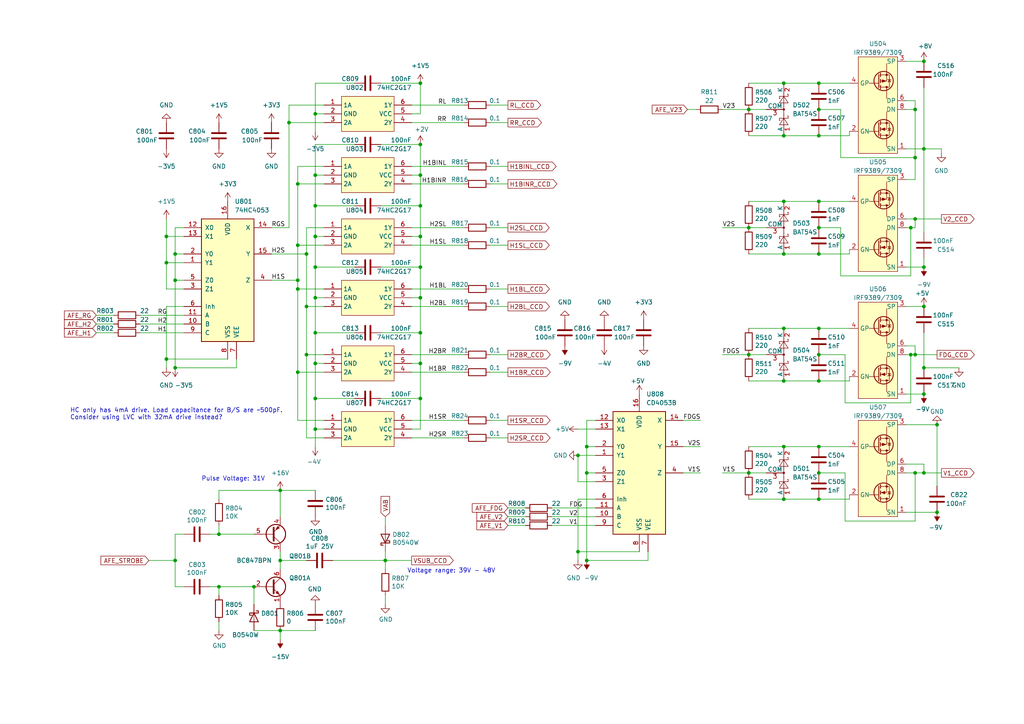
<source format=kicad_sch>
(kicad_sch (version 20230121) (generator eeschema)
  (paper "A4")
  (title_block (title "Sitina 1 Mainboard") (date "2023-03-16") (rev "R0.6") (company "Copyright 2023 Wenting Zhang") (comment 2 "MERCHANTABILITY, SATISFACTORY QUALITY AND FITNESS FOR A PARTICULAR PURPOSE.") (comment 3 "This source is distributed WITHOUT ANY EXPRESS OR IMPLIED WARRANTY, INCLUDING OF") (comment 4 "This source describes Open Hardware and is licensed under the CERN-OHL-P v2."))
  (junction (at 267.97 106.68))
  (junction (at 237.49 31.75))
  (junction (at 121.92 86.36))
  (junction (at 63.5 170.18) (diameter 0.9144))
  (junction (at 217.17 66.04))
  (junction (at 88.9 102.87))
  (junction (at 91.44 77.47))
  (junction (at 121.92 77.47))
  (junction (at 121.92 115.57))
  (junction (at 121.92 24.13))
  (junction (at 91.44 68.58))
  (junction (at 227.33 95.25))
  (junction (at 50.8 106.68))
  (junction (at 86.36 107.95))
  (junction (at 91.44 105.41))
  (junction (at 237.49 24.13))
  (junction (at 91.44 33.02))
  (junction (at 73.66 170.18) (diameter 0.9144))
  (junction (at 170.18 137.16))
  (junction (at 265.43 102.87))
  (junction (at 86.36 83.82))
  (junction (at 271.78 123.19))
  (junction (at 265.43 63.5))
  (junction (at 48.26 104.14))
  (junction (at 271.78 148.59))
  (junction (at 170.18 129.54))
  (junction (at 227.33 73.66))
  (junction (at 267.97 137.16))
  (junction (at 63.5 154.94) (diameter 0.9144))
  (junction (at 227.33 58.42))
  (junction (at 217.17 102.87))
  (junction (at 50.8 81.28))
  (junction (at 88.9 88.9))
  (junction (at 111.76 162.56) (diameter 0.9144))
  (junction (at 81.28 162.56) (diameter 0.9144))
  (junction (at 264.16 102.87))
  (junction (at 81.28 142.24) (diameter 0.9144))
  (junction (at 264.16 66.04))
  (junction (at 237.49 58.42))
  (junction (at 167.64 160.02))
  (junction (at 227.33 39.37))
  (junction (at 217.17 31.75))
  (junction (at 121.92 96.52))
  (junction (at 48.26 76.2))
  (junction (at 121.92 50.8))
  (junction (at 237.49 66.04))
  (junction (at 265.43 45.72))
  (junction (at 48.26 68.58))
  (junction (at 121.92 59.69))
  (junction (at 121.92 105.41))
  (junction (at 86.36 81.28))
  (junction (at 91.44 115.57))
  (junction (at 237.49 137.16))
  (junction (at 267.97 88.9))
  (junction (at 227.33 110.49))
  (junction (at 227.33 24.13))
  (junction (at 237.49 39.37))
  (junction (at 91.44 96.52))
  (junction (at 265.43 137.16))
  (junction (at 86.36 71.12))
  (junction (at 237.49 110.49))
  (junction (at 227.33 129.54))
  (junction (at 91.44 50.8))
  (junction (at 265.43 31.75))
  (junction (at 237.49 144.78))
  (junction (at 237.49 95.25))
  (junction (at 88.9 73.66))
  (junction (at 86.36 53.34))
  (junction (at 170.18 162.56))
  (junction (at 237.49 73.66))
  (junction (at 81.28 182.88) (diameter 0.9144))
  (junction (at 267.97 17.78))
  (junction (at 91.44 86.36))
  (junction (at 121.92 68.58))
  (junction (at 227.33 144.78))
  (junction (at 237.49 129.54))
  (junction (at 217.17 137.16))
  (junction (at 267.97 43.18))
  (junction (at 121.92 41.91))
  (junction (at 50.8 73.66))
  (junction (at 50.8 162.56))
  (junction (at 267.97 114.3))
  (junction (at 91.44 59.69))
  (junction (at 267.97 77.47))
  (junction (at 83.82 35.56))
  (junction (at 167.64 132.08))
  (junction (at 91.44 124.46))
  (junction (at 237.49 102.87))
  (wire (pts (xy 48.26 76.2) (xy 53.34 76.2)))
  (wire (pts (xy 160.02 149.86) (xy 172.72 149.86)))
  (wire (pts (xy 91.44 68.58) (xy 91.44 77.47)))
  (wire (pts (xy 60.96 154.94) (xy 63.5 154.94)))
  (wire (pts (xy 264.16 66.04) (xy 264.16 80.01)))
  (wire (pts (xy 119.38 86.36) (xy 121.92 86.36)))
  (wire (pts (xy 91.44 124.46) (xy 93.98 124.46)))
  (wire (pts (xy 217.17 73.66) (xy 227.33 73.66)))
  (wire (pts (xy 237.49 73.66) (xy 246.38 73.66)))
  (wire (pts (xy 227.33 95.25) (xy 237.49 95.25)))
  (wire (pts (xy 119.38 83.82) (xy 134.62 83.82)))
  (wire (pts (xy 27.94 91.44) (xy 33.02 91.44)))
  (wire (pts (xy 265.43 63.5) (xy 265.43 66.04)))
  (wire (pts (xy 209.55 137.16) (xy 217.17 137.16)))
  (wire (pts (xy 48.26 76.2) (xy 48.26 83.82)))
  (wire (pts (xy 86.36 53.34) (xy 86.36 71.12)))
  (wire (pts (xy 119.38 105.41) (xy 121.92 105.41)))
  (wire (pts (xy 119.38 68.58) (xy 121.92 68.58)))
  (wire (pts (xy 170.18 129.54) (xy 170.18 137.16)))
  (wire (pts (xy 91.44 182.88) (xy 81.28 182.88)))
  (wire (pts (xy 121.92 41.91) (xy 121.92 50.8)))
  (wire (pts (xy 187.96 162.56) (xy 170.18 162.56)))
  (wire (pts (xy 217.17 110.49) (xy 227.33 110.49)))
  (wire (pts (xy 267.97 43.18) (xy 267.97 25.4)))
  (wire (pts (xy 81.28 142.24) (xy 63.5 142.24)))
  (wire (pts (xy 88.9 88.9) (xy 88.9 102.87)))
  (wire (pts (xy 27.94 93.98) (xy 33.02 93.98)))
  (wire (pts (xy 110.49 96.52) (xy 121.92 96.52)))
  (wire (pts (xy 91.44 115.57) (xy 102.87 115.57)))
  (wire (pts (xy 170.18 121.92) (xy 170.18 129.54)))
  (wire (pts (xy 91.44 115.57) (xy 91.44 124.46)))
  (wire (pts (xy 110.49 77.47) (xy 121.92 77.47)))
  (wire (pts (xy 86.36 48.26) (xy 86.36 53.34)))
  (wire (pts (xy 63.5 144.78) (xy 63.5 142.24)))
  (wire (pts (xy 119.38 33.02) (xy 121.92 33.02)))
  (wire (pts (xy 119.38 107.95) (xy 134.62 107.95)))
  (wire (pts (xy 265.43 137.16) (xy 262.89 137.16)))
  (wire (pts (xy 267.97 96.52) (xy 267.97 106.68)))
  (wire (pts (xy 262.89 88.9) (xy 267.97 88.9)))
  (wire (pts (xy 245.11 102.87) (xy 237.49 102.87)))
  (wire (pts (xy 91.44 50.8) (xy 91.44 59.69)))
  (wire (pts (xy 78.74 66.04) (xy 83.82 66.04)))
  (wire (pts (xy 167.64 132.08) (xy 167.64 139.7)))
  (wire (pts (xy 265.43 45.72) (xy 243.84 45.72)))
  (wire (pts (xy 91.44 59.69) (xy 102.87 59.69)))
  (wire (pts (xy 48.26 68.58) (xy 48.26 76.2)))
  (wire (pts (xy 48.26 104.14) (xy 66.04 104.14)))
  (wire (pts (xy 246.38 72.39) (xy 246.38 73.66)))
  (wire (pts (xy 121.92 50.8) (xy 121.92 59.69)))
  (wire (pts (xy 265.43 29.21) (xy 265.43 31.75)))
  (wire (pts (xy 60.96 170.18) (xy 63.5 170.18)))
  (wire (pts (xy 91.44 86.36) (xy 93.98 86.36)))
  (wire (pts (xy 50.8 81.28) (xy 50.8 106.68)))
  (wire (pts (xy 121.92 124.46) (xy 119.38 124.46)))
  (wire (pts (xy 110.49 24.13) (xy 121.92 24.13)))
  (wire (pts (xy 78.74 73.66) (xy 88.9 73.66)))
  (wire (pts (xy 267.97 137.16) (xy 265.43 137.16)))
  (wire (pts (xy 264.16 102.87) (xy 265.43 102.87)))
  (wire (pts (xy 167.64 132.08) (xy 172.72 132.08)))
  (wire (pts (xy 119.38 121.92) (xy 134.62 121.92)))
  (wire (pts (xy 217.17 58.42) (xy 227.33 58.42)))
  (wire (pts (xy 110.49 41.91) (xy 121.92 41.91)))
  (wire (pts (xy 227.33 129.54) (xy 237.49 129.54)))
  (wire (pts (xy 121.92 68.58) (xy 121.92 77.47)))
  (wire (pts (xy 237.49 39.37) (xy 246.38 39.37)))
  (wire (pts (xy 50.8 162.56) (xy 50.8 170.18)))
  (wire (pts (xy 246.38 38.1) (xy 246.38 39.37)))
  (wire (pts (xy 93.98 33.02) (xy 91.44 33.02)))
  (wire (pts (xy 111.76 162.56) (xy 111.76 165.1)))
  (wire (pts (xy 267.97 134.62) (xy 267.97 137.16)))
  (wire (pts (xy 91.44 96.52) (xy 102.87 96.52)))
  (wire (pts (xy 172.72 121.92) (xy 170.18 121.92)))
  (wire (pts (xy 217.17 66.04) (xy 222.25 66.04)))
  (wire (pts (xy 271.78 123.19) (xy 271.78 140.97)))
  (wire (pts (xy 142.24 53.34) (xy 147.32 53.34)))
  (wire (pts (xy 86.36 53.34) (xy 93.98 53.34)))
  (wire (pts (xy 96.52 162.56) (xy 111.76 162.56)))
  (wire (pts (xy 119.38 50.8) (xy 121.92 50.8)))
  (wire (pts (xy 81.28 162.56) (xy 88.9 162.56)))
  (wire (pts (xy 273.05 44.45) (xy 273.05 43.18)))
  (wire (pts (xy 121.92 115.57) (xy 121.92 124.46)))
  (wire (pts (xy 91.44 105.41) (xy 91.44 115.57)))
  (wire (pts (xy 217.17 102.87) (xy 222.25 102.87)))
  (wire (pts (xy 88.9 66.04) (xy 88.9 73.66)))
  (wire (pts (xy 88.9 102.87) (xy 88.9 127)))
  (wire (pts (xy 243.84 45.72) (xy 243.84 31.75)))
  (wire (pts (xy 81.28 142.24) (xy 81.28 149.86)))
  (wire (pts (xy 227.33 58.42) (xy 237.49 58.42)))
  (wire (pts (xy 237.49 24.13) (xy 246.38 24.13)))
  (wire (pts (xy 50.8 73.66) (xy 53.34 73.66)))
  (wire (pts (xy 91.44 86.36) (xy 91.44 96.52)))
  (wire (pts (xy 262.89 134.62) (xy 267.97 134.62)))
  (wire (pts (xy 243.84 66.04) (xy 237.49 66.04)))
  (wire (pts (xy 119.38 71.12) (xy 134.62 71.12)))
  (wire (pts (xy 121.92 77.47) (xy 121.92 86.36)))
  (wire (pts (xy 86.36 71.12) (xy 86.36 81.28)))
  (wire (pts (xy 246.38 143.51) (xy 246.38 144.78)))
  (wire (pts (xy 142.24 71.12) (xy 147.32 71.12)))
  (wire (pts (xy 217.17 95.25) (xy 227.33 95.25)))
  (wire (pts (xy 198.12 121.92) (xy 203.2 121.92)))
  (wire (pts (xy 227.33 110.49) (xy 237.49 110.49)))
  (wire (pts (xy 147.32 152.4) (xy 152.4 152.4)))
  (wire (pts (xy 43.18 162.56) (xy 50.8 162.56)))
  (wire (pts (xy 142.24 66.04) (xy 147.32 66.04)))
  (wire (pts (xy 73.66 182.88) (xy 81.28 182.88)))
  (wire (pts (xy 119.38 30.48) (xy 134.62 30.48)))
  (wire (pts (xy 243.84 80.01) (xy 243.84 66.04)))
  (wire (pts (xy 83.82 30.48) (xy 93.98 30.48)))
  (wire (pts (xy 68.58 104.14) (xy 68.58 106.68)))
  (wire (pts (xy 50.8 73.66) (xy 50.8 81.28)))
  (wire (pts (xy 119.38 102.87) (xy 134.62 102.87)))
  (wire (pts (xy 237.49 129.54) (xy 246.38 129.54)))
  (wire (pts (xy 110.49 115.57) (xy 121.92 115.57)))
  (wire (pts (xy 63.5 170.18) (xy 73.66 170.18)))
  (wire (pts (xy 121.92 96.52) (xy 121.92 105.41)))
  (wire (pts (xy 262.89 43.18) (xy 267.97 43.18)))
  (wire (pts (xy 63.5 180.34) (xy 63.5 182.88)))
  (wire (pts (xy 63.5 172.72) (xy 63.5 170.18)))
  (wire (pts (xy 262.89 63.5) (xy 265.43 63.5)))
  (wire (pts (xy 262.89 114.3) (xy 267.97 114.3)))
  (wire (pts (xy 88.9 73.66) (xy 88.9 88.9)))
  (wire (pts (xy 209.55 31.75) (xy 217.17 31.75)))
  (wire (pts (xy 50.8 81.28) (xy 53.34 81.28)))
  (wire (pts (xy 40.64 91.44) (xy 53.34 91.44)))
  (wire (pts (xy 217.17 129.54) (xy 227.33 129.54)))
  (wire (pts (xy 199.39 31.75) (xy 201.93 31.75)))
  (wire (pts (xy 262.89 100.33) (xy 265.43 100.33)))
  (wire (pts (xy 91.44 59.69) (xy 91.44 68.58)))
  (wire (pts (xy 119.38 48.26) (xy 134.62 48.26)))
  (wire (pts (xy 86.36 121.92) (xy 93.98 121.92)))
  (wire (pts (xy 245.11 116.84) (xy 245.11 102.87)))
  (wire (pts (xy 167.64 160.02) (xy 167.64 162.56)))
  (wire (pts (xy 110.49 59.69) (xy 121.92 59.69)))
  (wire (pts (xy 111.76 160.02) (xy 111.76 162.56)))
  (wire (pts (xy 262.89 148.59) (xy 271.78 148.59)))
  (wire (pts (xy 167.64 144.78) (xy 172.72 144.78)))
  (wire (pts (xy 102.87 24.13) (xy 91.44 24.13)))
  (wire (pts (xy 237.49 58.42) (xy 246.38 58.42)))
  (wire (pts (xy 262.89 29.21) (xy 265.43 29.21)))
  (wire (pts (xy 237.49 137.16) (xy 245.11 137.16)))
  (wire (pts (xy 227.33 24.13) (xy 237.49 24.13)))
  (wire (pts (xy 142.24 107.95) (xy 147.32 107.95)))
  (wire (pts (xy 119.38 53.34) (xy 134.62 53.34)))
  (wire (pts (xy 265.43 45.72) (xy 265.43 52.07)))
  (wire (pts (xy 209.55 102.87) (xy 217.17 102.87)))
  (wire (pts (xy 262.89 17.78) (xy 267.97 17.78)))
  (wire (pts (xy 245.11 116.84) (xy 264.16 116.84)))
  (wire (pts (xy 88.9 66.04) (xy 93.98 66.04)))
  (wire (pts (xy 227.33 39.37) (xy 237.49 39.37)))
  (wire (pts (xy 265.43 66.04) (xy 264.16 66.04)))
  (wire (pts (xy 83.82 35.56) (xy 93.98 35.56)))
  (wire (pts (xy 27.94 96.52) (xy 33.02 96.52)))
  (wire (pts (xy 111.76 172.72) (xy 111.76 175.26)))
  (wire (pts (xy 83.82 35.56) (xy 83.82 66.04)))
  (wire (pts (xy 48.26 63.5) (xy 48.26 68.58)))
  (wire (pts (xy 147.32 147.32) (xy 152.4 147.32)))
  (wire (pts (xy 264.16 102.87) (xy 264.16 116.84)))
  (wire (pts (xy 217.17 144.78) (xy 227.33 144.78)))
  (wire (pts (xy 86.36 48.26) (xy 93.98 48.26)))
  (wire (pts (xy 53.34 154.94) (xy 50.8 154.94)))
  (wire (pts (xy 83.82 35.56) (xy 83.82 30.48)))
  (wire (pts (xy 142.24 121.92) (xy 147.32 121.92)))
  (wire (pts (xy 172.72 139.7) (xy 167.64 139.7)))
  (wire (pts (xy 102.87 41.91) (xy 91.44 41.91)))
  (wire (pts (xy 86.36 83.82) (xy 93.98 83.82)))
  (wire (pts (xy 217.17 39.37) (xy 227.33 39.37)))
  (wire (pts (xy 265.43 63.5) (xy 273.05 63.5)))
  (wire (pts (xy 142.24 88.9) (xy 147.32 88.9)))
  (wire (pts (xy 170.18 137.16) (xy 170.18 162.56)))
  (wire (pts (xy 48.26 68.58) (xy 53.34 68.58)))
  (wire (pts (xy 53.34 66.04) (xy 50.8 66.04)))
  (wire (pts (xy 91.44 68.58) (xy 93.98 68.58)))
  (wire (pts (xy 50.8 170.18) (xy 53.34 170.18)))
  (wire (pts (xy 93.98 50.8) (xy 91.44 50.8)))
  (wire (pts (xy 119.38 162.56) (xy 111.76 162.56)))
  (wire (pts (xy 121.92 105.41) (xy 121.92 115.57)))
  (wire (pts (xy 78.74 81.28) (xy 86.36 81.28)))
  (wire (pts (xy 91.44 105.41) (xy 93.98 105.41)))
  (wire (pts (xy 142.24 48.26) (xy 147.32 48.26)))
  (wire (pts (xy 63.5 152.4) (xy 63.5 154.94)))
  (wire (pts (xy 198.12 137.16) (xy 203.2 137.16)))
  (wire (pts (xy 142.24 83.82) (xy 147.32 83.82)))
  (wire (pts (xy 160.02 152.4) (xy 172.72 152.4)))
  (wire (pts (xy 267.97 74.93) (xy 267.97 77.47)))
  (wire (pts (xy 48.26 88.9) (xy 48.26 104.14)))
  (wire (pts (xy 147.32 149.86) (xy 152.4 149.86)))
  (wire (pts (xy 237.49 95.25) (xy 246.38 95.25)))
  (wire (pts (xy 167.64 124.46) (xy 172.72 124.46)))
  (wire (pts (xy 142.24 102.87) (xy 147.32 102.87)))
  (wire (pts (xy 91.44 124.46) (xy 91.44 129.54)))
  (wire (pts (xy 91.44 33.02) (xy 91.44 38.1)))
  (wire (pts (xy 111.76 149.86) (xy 111.76 152.4)))
  (wire (pts (xy 88.9 102.87) (xy 93.98 102.87)))
  (wire (pts (xy 121.92 24.13) (xy 121.92 33.02)))
  (wire (pts (xy 262.89 31.75) (xy 265.43 31.75)))
  (wire (pts (xy 119.38 127) (xy 134.62 127)))
  (wire (pts (xy 81.28 162.56) (xy 81.28 165.1)))
  (wire (pts (xy 88.9 127) (xy 93.98 127)))
  (wire (pts (xy 265.43 151.13) (xy 265.43 137.16)))
  (wire (pts (xy 170.18 137.16) (xy 172.72 137.16)))
  (wire (pts (xy 119.38 35.56) (xy 134.62 35.56)))
  (wire (pts (xy 88.9 88.9) (xy 93.98 88.9)))
  (wire (pts (xy 142.24 127) (xy 147.32 127)))
  (wire (pts (xy 86.36 81.28) (xy 86.36 83.82)))
  (wire (pts (xy 63.5 154.94) (xy 73.66 154.94)))
  (wire (pts (xy 40.64 96.52) (xy 53.34 96.52)))
  (wire (pts (xy 262.89 52.07) (xy 265.43 52.07)))
  (wire (pts (xy 81.28 182.88) (xy 81.28 185.42)))
  (wire (pts (xy 246.38 109.22) (xy 246.38 110.49)))
  (wire (pts (xy 48.26 104.14) (xy 48.26 106.68)))
  (wire (pts (xy 86.36 71.12) (xy 93.98 71.12)))
  (wire (pts (xy 121.92 59.69) (xy 121.92 68.58)))
  (wire (pts (xy 264.16 66.04) (xy 262.89 66.04)))
  (wire (pts (xy 40.64 93.98) (xy 53.34 93.98)))
  (wire (pts (xy 267.97 137.16) (xy 273.05 137.16)))
  (wire (pts (xy 68.58 106.68) (xy 50.8 106.68)))
  (wire (pts (xy 245.11 151.13) (xy 265.43 151.13)))
  (wire (pts (xy 119.38 88.9) (xy 134.62 88.9)))
  (wire (pts (xy 209.55 66.04) (xy 217.17 66.04)))
  (wire (pts (xy 265.43 31.75) (xy 265.43 45.72)))
  (wire (pts (xy 50.8 66.04) (xy 50.8 73.66)))
  (wire (pts (xy 53.34 83.82) (xy 48.26 83.82)))
  (wire (pts (xy 86.36 107.95) (xy 86.36 121.92)))
  (wire (pts (xy 227.33 73.66) (xy 237.49 73.66)))
  (wire (pts (xy 273.05 43.18) (xy 267.97 43.18)))
  (wire (pts (xy 81.28 142.24) (xy 91.44 142.24)))
  (wire (pts (xy 91.44 77.47) (xy 102.87 77.47)))
  (wire (pts (xy 217.17 24.13) (xy 227.33 24.13)))
  (wire (pts (xy 53.34 88.9) (xy 48.26 88.9)))
  (wire (pts (xy 227.33 144.78) (xy 237.49 144.78)))
  (wire (pts (xy 237.49 144.78) (xy 246.38 144.78)))
  (wire (pts (xy 160.02 147.32) (xy 172.72 147.32)))
  (wire (pts (xy 243.84 31.75) (xy 237.49 31.75)))
  (wire (pts (xy 262.89 102.87) (xy 264.16 102.87)))
  (wire (pts (xy 217.17 31.75) (xy 222.25 31.75)))
  (wire (pts (xy 245.11 137.16) (xy 245.11 151.13)))
  (wire (pts (xy 265.43 102.87) (xy 271.78 102.87)))
  (wire (pts (xy 91.44 77.47) (xy 91.44 86.36)))
  (wire (pts (xy 91.44 24.13) (xy 91.44 33.02)))
  (wire (pts (xy 86.36 107.95) (xy 93.98 107.95)))
  (wire (pts (xy 73.66 175.26) (xy 73.66 170.18)))
  (wire (pts (xy 264.16 80.01) (xy 243.84 80.01)))
  (wire (pts (xy 262.89 123.19) (xy 271.78 123.19)))
  (wire (pts (xy 167.64 160.02) (xy 185.42 160.02)))
  (wire (pts (xy 142.24 30.48) (xy 147.32 30.48)))
  (wire (pts (xy 187.96 160.02) (xy 187.96 162.56)))
  (wire (pts (xy 217.17 137.16) (xy 222.25 137.16)))
  (wire (pts (xy 262.89 77.47) (xy 267.97 77.47)))
  (wire (pts (xy 121.92 86.36) (xy 121.92 96.52)))
  (wire (pts (xy 167.64 144.78) (xy 167.64 160.02)))
  (wire (pts (xy 170.18 129.54) (xy 172.72 129.54)))
  (wire (pts (xy 91.44 41.91) (xy 91.44 50.8)))
  (wire (pts (xy 142.24 35.56) (xy 147.32 35.56)))
  (wire (pts (xy 198.12 129.54) (xy 203.2 129.54)))
  (wire (pts (xy 91.44 96.52) (xy 91.44 105.41)))
  (wire (pts (xy 50.8 154.94) (xy 50.8 162.56)))
  (wire (pts (xy 267.97 43.18) (xy 267.97 67.31)))
  (wire (pts (xy 267.97 106.68) (xy 278.13 106.68)))
  (wire (pts (xy 119.38 66.04) (xy 134.62 66.04)))
  (wire (pts (xy 237.49 110.49) (xy 246.38 110.49)))
  (wire (pts (xy 81.28 160.02) (xy 81.28 162.56)))
  (wire (pts (xy 265.43 100.33) (xy 265.43 102.87)))
  (wire (pts (xy 86.36 83.82) (xy 86.36 107.95)))
  (text "HC only has 4mA drive. Load capacitance for B/S are ~500pF.\nConsider using LVC with 32mA drive instead?" (at 20.32 121.92 0) (effects (font (size 1.27 1.27)) (justify left bottom)))
  (text "Pulse Voltage: 31V" (at 58.42 139.7 0) (effects (font (size 1.27 1.27)) (justify left bottom)))
  (text "Voltage range: 39V - 48V" (at 118.11 166.37 0) (effects (font (size 1.27 1.27)) (justify left bottom)))
  (label "H1BL" (at 129.54 83.82 180))
  (label "V2S" (at 209.55 66.04 0))
  (label "RGS" (at 78.74 66.04 0))
  (label "H2" (at 45.72 93.98 0))
  (label "FDGS" (at 209.55 102.87 0))
  (label "H1SL" (at 129.54 71.12 180))
  (label "RR" (at 129.54 35.56 180))
  (label "FDGS" (at 203.2 121.92 180))
  (label "H1S" (at 78.74 81.28 0))
  (label "RL" (at 129.54 30.48 180))
  (label "RG" (at 45.72 91.44 0))
  (label "H1" (at 45.72 96.52 0))
  (label "H2S" (at 78.74 73.66 0))
  (label "H2SL" (at 129.54 66.04 180))
  (label "H1BR" (at 129.54 107.95 180))
  (label "V1S" (at 209.55 137.16 0))
  (label "V1S" (at 203.2 137.16 180))
  (label "H1BINR" (at 129.54 53.34 180))
  (label "H2SR" (at 129.54 127 180))
  (label "V2S" (at 203.2 129.54 180))
  (label "H2BL" (at 129.54 88.9 180))
  (label "V1" (at 165.1 152.4 0))
  (label "V23" (at 209.55 31.75 0))
  (label "FDG" (at 165.1 147.32 0))
  (label "H1BINL" (at 129.54 48.26 180))
  (label "V2" (at 165.1 149.86 0))
  (label "H2BR" (at 129.54 102.87 180))
  (label "H1SR" (at 129.54 121.92 180))
  (global_label "VAB" (shape input) (at 111.76 149.86 90) (property "Intersheetrefs" "${INTERSHEET_REFS}" (effects hide)))
  (global_label "V1_CCD" (shape output) (at 273.05 137.16 0) (property "Intersheetrefs" "${INTERSHEET_REFS}" (effects hide)))
  (global_label "AFE_RG" (shape input) (at 27.94 91.44 180) (property "Intersheetrefs" "${INTERSHEET_REFS}" (effects hide)))
  (global_label "AFE_H2" (shape input) (at 27.94 93.98 180) (property "Intersheetrefs" "${INTERSHEET_REFS}" (effects hide)))
  (global_label "VSUB_CCD" (shape output) (at 119.38 162.56 0) (property "Intersheetrefs" "${INTERSHEET_REFS}" (effects hide)))
  (global_label "AFE_H1" (shape input) (at 27.94 96.52 180) (property "Intersheetrefs" "${INTERSHEET_REFS}" (effects hide)))
  (global_label "FDG_CCD" (shape output) (at 271.78 102.87 0) (property "Intersheetrefs" "${INTERSHEET_REFS}" (effects hide)))
  (global_label "H1BR_CCD" (shape output) (at 147.32 107.95 0) (property "Intersheetrefs" "${INTERSHEET_REFS}" (effects hide)))
  (global_label "AFE_V1" (shape input) (at 147.32 152.4 180) (property "Intersheetrefs" "${INTERSHEET_REFS}" (effects hide)))
  (global_label "AFE_V2" (shape input) (at 147.32 149.86 180) (property "Intersheetrefs" "${INTERSHEET_REFS}" (effects hide)))
  (global_label "H1BINR_CCD" (shape output) (at 147.32 53.34 0) (property "Intersheetrefs" "${INTERSHEET_REFS}" (effects hide)))
  (global_label "RR_CCD" (shape output) (at 147.32 35.56 0) (property "Intersheetrefs" "${INTERSHEET_REFS}" (effects hide)))
  (global_label "V2_CCD" (shape output) (at 273.05 63.5 0) (property "Intersheetrefs" "${INTERSHEET_REFS}" (effects hide)))
  (global_label "H2SL_CCD" (shape output) (at 147.32 66.04 0) (property "Intersheetrefs" "${INTERSHEET_REFS}" (effects hide)))
  (global_label "RL_CCD" (shape output) (at 147.32 30.48 0) (property "Intersheetrefs" "${INTERSHEET_REFS}" (effects hide)))
  (global_label "H2BR_CCD" (shape output) (at 147.32 102.87 0) (property "Intersheetrefs" "${INTERSHEET_REFS}" (effects hide)))
  (global_label "H2BL_CCD" (shape output) (at 147.32 88.9 0) (property "Intersheetrefs" "${INTERSHEET_REFS}" (effects hide)))
  (global_label "AFE_FDG" (shape input) (at 147.32 147.32 180) (property "Intersheetrefs" "${INTERSHEET_REFS}" (effects hide)))
  (global_label "AFE_STROBE" (shape input) (at 43.18 162.56 180) (property "Intersheetrefs" "${INTERSHEET_REFS}" (effects hide)))
  (global_label "H1BL_CCD" (shape output) (at 147.32 83.82 0) (property "Intersheetrefs" "${INTERSHEET_REFS}" (effects hide)))
  (global_label "AFE_V23" (shape input) (at 199.39 31.75 180) (property "Intersheetrefs" "${INTERSHEET_REFS}" (effects hide)))
  (global_label "H2SR_CCD" (shape output) (at 147.32 127 0) (property "Intersheetrefs" "${INTERSHEET_REFS}" (effects hide)))
  (global_label "H1SR_CCD" (shape output) (at 147.32 121.92 0) (property "Intersheetrefs" "${INTERSHEET_REFS}" (effects hide)))
  (global_label "H1BINL_CCD" (shape output) (at 147.32 48.26 0) (property "Intersheetrefs" "${INTERSHEET_REFS}" (effects hide)))
  (global_label "H1SL_CCD" (shape output) (at 147.32 71.12 0) (property "Intersheetrefs" "${INTERSHEET_REFS}" (effects hide)))
  (symbol (lib_id "Device:R") (at 138.43 30.48 270) (unit 1)
    (property "Reference" "R813" (at 133.35 29.21 90))
    (property "Value" "0.1" (at 143.51 29.21 90))
    (property "Footprint" "Resistor_SMD:R_0603_1608Metric" (effects hide))
  )
  (symbol (lib_id "power:GND") (at 175.26 92.71 180) (unit 1)
    (property "Reference" "#PWR0826" (effects hide))
    (property "Value" "GND" (at 175.26 87.63 0))
  )
  (symbol (lib_id "power:GND") (at 63.5 182.88 0) (unit 1)
    (property "Reference" "#PWR0806" (effects hide))
    (property "Value" "GND" (at 63.627 187.2742 0))
  )
  (symbol (lib_id "power:GND") (at 48.26 35.56 180) (unit 1)
    (property "Reference" "#PWR0801" (effects hide))
    (property "Value" "GND" (at 48.26 30.48 0))
  )
  (symbol (lib_id "Device:R") (at 217.17 99.06 0) (unit 1)
    (property "Reference" "R510" (at 218.948 97.8916 0) (effects (justify left)))
    (property "Value" "220" (at 218.948 100.203 0) (effects (justify left)))
    (property "Footprint" "Resistor_SMD:R_0402_1005Metric" (effects hide))
  )
  (symbol (lib_id "Device:R") (at 36.83 93.98 270) (unit 1)
    (property "Reference" "R801" (at 30.48 92.71 90))
    (property "Value" "22" (at 41.91 92.71 90))
    (property "Footprint" "Resistor_SMD:R_0402_1005Metric" (effects hide))
  )
  (symbol (lib_id "Sitina:74HC2G17") (at 106.68 53.34 0) (unit 1)
    (property "Reference" "U804" (at 102.87 60.96 0))
    (property "Value" "74HC2G17" (at 114.3 60.96 0))
    (property "Footprint" "Package_SO:SC-74-6_1.5x2.9mm_P0.95mm" (effects hide))
  )
  (symbol (lib_id "Device:R") (at 36.83 96.52 270) (unit 1)
    (property "Reference" "R802" (at 30.48 95.25 90))
    (property "Value" "22" (at 41.91 95.25 90))
    (property "Footprint" "Resistor_SMD:R_0402_1005Metric" (effects hide))
  )
  (symbol (lib_id "Device:R") (at 217.17 69.85 0) (unit 1)
    (property "Reference" "R509" (at 218.948 68.6816 0) (effects (justify left)))
    (property "Value" "220" (at 218.948 70.993 0) (effects (justify left)))
    (property "Footprint" "Resistor_SMD:R_0402_1005Metric" (effects hide))
  )
  (symbol (lib_id "power:GND") (at 163.83 92.71 180) (unit 1)
    (property "Reference" "#PWR0821" (effects hide))
    (property "Value" "GND" (at 163.83 87.63 0))
  )
  (symbol (lib_id "Device:C") (at 237.49 62.23 180) (unit 1)
    (property "Reference" "C508" (at 240.03 60.96 0) (effects (justify right)))
    (property "Value" "1nF" (at 240.03 63.5 0) (effects (justify right)))
    (property "Footprint" "Capacitor_SMD:C_0402_1005Metric" (effects hide))
  )
  (symbol (lib_id "Device:R") (at 138.43 127 270) (unit 1)
    (property "Reference" "R823" (at 133.35 125.73 90))
    (property "Value" "0.1" (at 143.51 125.73 90))
    (property "Footprint" "Resistor_SMD:R_0603_1608Metric" (effects hide))
  )
  (symbol (lib_id "Device:C") (at 106.68 115.57 270) (mirror x) (unit 1)
    (property "Reference" "C814" (at 104.14 114.3 90) (effects (justify right)))
    (property "Value" "100nF" (at 119.38 114.3 90) (effects (justify right)))
    (property "Footprint" "Capacitor_SMD:C_0402_1005Metric" (effects hide))
  )
  (symbol (lib_id "Diode:BAT54S") (at 227.33 102.87 270) (mirror x) (unit 1)
    (property "Reference" "D504" (at 229.87 101.6 90) (effects (justify left)))
    (property "Value" "BAT54S" (at 229.87 104.14 90) (effects (justify left)))
    (property "Footprint" "Package_TO_SOT_SMD:SOT-23" (effects hide))
    (property "Datasheet" "https://www.diodes.com/assets/Datasheets/ds11005.pdf" (effects hide))
  )
  (symbol (lib_id "power:+1V5") (at 121.92 24.13 0) (unit 1)
    (property "Reference" "#PWR0819" (effects hide))
    (property "Value" "+1V5" (at 121.92 19.05 0))
  )
  (symbol (lib_id "Device:R") (at 138.43 35.56 270) (unit 1)
    (property "Reference" "R814" (at 133.35 34.29 90))
    (property "Value" "0.1" (at 143.51 34.29 90))
    (property "Footprint" "Resistor_SMD:R_0603_1608Metric" (effects hide))
  )
  (symbol (lib_id "Sitina:-4V") (at 175.26 100.33 180) (unit 1)
    (property "Reference" "#PWR0827" (effects hide))
    (property "Value" "-4V" (at 175.26 105.41 0))
  )
  (symbol (lib_id "power:-9V") (at 170.18 162.56 180) (unit 1)
    (property "Reference" "#PWR0825" (effects hide))
    (property "Value" "-9V" (at 171.45 167.64 0))
  )
  (symbol (lib_id "power:-9V") (at 267.97 114.3 180) (unit 1)
    (property "Reference" "#PWR0835" (effects hide))
    (property "Value" "-9V" (at 267.589 118.6942 0))
  )
  (symbol (lib_id "Device:C") (at 163.83 96.52 0) (mirror x) (unit 1)
    (property "Reference" "C815" (at 160.02 95.25 0) (effects (justify right)))
    (property "Value" "100nF" (at 161.29 97.79 0) (effects (justify right)))
    (property "Footprint" "Capacitor_SMD:C_0402_1005Metric" (effects hide))
  )
  (symbol (lib_id "Device:C") (at 267.97 110.49 0) (mirror y) (unit 1)
    (property "Reference" "C517" (at 271.78 111.76 0) (effects (justify right)))
    (property "Value" "100nF" (at 270.51 109.22 0) (effects (justify right)))
    (property "Footprint" "Capacitor_SMD:C_0402_1005Metric" (effects hide))
  )
  (symbol (lib_id "Device:R") (at 138.43 102.87 270) (unit 1)
    (property "Reference" "R821" (at 133.35 101.6 90))
    (property "Value" "0.1" (at 143.51 101.6 90))
    (property "Footprint" "Resistor_SMD:R_0603_1608Metric" (effects hide))
  )
  (symbol (lib_id "Device:C") (at 237.49 99.06 180) (unit 1)
    (property "Reference" "C510" (at 240.03 97.79 0) (effects (justify right)))
    (property "Value" "1nF" (at 240.03 100.33 0) (effects (justify right)))
    (property "Footprint" "Capacitor_SMD:C_0402_1005Metric" (effects hide))
  )
  (symbol (lib_id "Device:C") (at 91.44 179.07 180) (unit 1)
    (property "Reference" "C807" (at 94.361 177.9016 0) (effects (justify right)))
    (property "Value" "100nF" (at 94.361 180.213 0) (effects (justify right)))
    (property "Footprint" "Capacitor_SMD:C_0402_1005Metric" (effects hide))
  )
  (symbol (lib_id "power:+1V5") (at 63.5 35.56 0) (unit 1)
    (property "Reference" "#PWR0807" (effects hide))
    (property "Value" "+1V5" (at 63.5 30.48 0))
  )
  (symbol (lib_id "Device:C") (at 91.44 146.05 180) (unit 1)
    (property "Reference" "C806" (at 94.361 144.8816 0) (effects (justify right)))
    (property "Value" "100nF" (at 94.361 147.193 0) (effects (justify right)))
    (property "Footprint" "Capacitor_SMD:C_0402_1005Metric" (effects hide))
  )
  (symbol (lib_id "Device:R") (at 156.21 149.86 270) (unit 1)
    (property "Reference" "R809" (at 149.86 148.59 90))
    (property "Value" "22" (at 161.29 148.59 90))
    (property "Footprint" "Resistor_SMD:R_0402_1005Metric" (effects hide))
  )
  (symbol (lib_id "power:GND") (at 78.74 43.18 0) (unit 1)
    (property "Reference" "#PWR0813" (effects hide))
    (property "Value" "GND" (at 78.74 48.26 0))
  )
  (symbol (lib_id "Device:C") (at 237.49 106.68 180) (unit 1)
    (property "Reference" "C511" (at 240.03 105.41 0) (effects (justify right)))
    (property "Value" "1nF" (at 240.03 107.95 0) (effects (justify right)))
    (property "Footprint" "Capacitor_SMD:C_0402_1005Metric" (effects hide))
  )
  (symbol (lib_id "Device:C") (at 237.49 140.97 180) (unit 1)
    (property "Reference" "C505" (at 240.03 139.7 0) (effects (justify right)))
    (property "Value" "1nF" (at 240.03 142.24 0) (effects (justify right)))
    (property "Footprint" "Capacitor_SMD:C_0402_1005Metric" (effects hide))
  )
  (symbol (lib_id "power:+5V") (at 267.97 88.9 0) (unit 1)
    (property "Reference" "#PWR0834" (effects hide))
    (property "Value" "+5V" (at 265.43 85.09 0) (effects (justify left)))
  )
  (symbol (lib_id "Diode:BAT54S") (at 227.33 31.75 270) (mirror x) (unit 1)
    (property "Reference" "D502" (at 229.87 30.48 90) (effects (justify left)))
    (property "Value" "BAT54S" (at 229.87 33.02 90) (effects (justify left)))
    (property "Footprint" "Package_TO_SOT_SMD:SOT-23" (effects hide))
    (property "Datasheet" "https://www.diodes.com/assets/Datasheets/ds11005.pdf" (effects hide))
  )
  (symbol (lib_id "power:+8V") (at 267.97 17.78 0) (unit 1)
    (property "Reference" "#PWR0514" (effects hide))
    (property "Value" "+8V" (at 268.351 13.3858 0))
  )
  (symbol (lib_id "Transistor_BJT:BC847BPN") (at 78.74 170.18 0) (unit 1)
    (property "Reference" "Q801" (at 83.82 167.64 0) (effects (justify left)))
    (property "Value" "BC847BPN" (at 68.58 162.56 0) (effects (justify left)))
    (property "Footprint" "Package_TO_SOT_SMD:SOT-363_SC-70-6" (effects hide))
    (property "Datasheet" "https://assets.nexperia.com/documents/data-sheet/BC847BPN.pdf" (effects hide))
  )
  (symbol (lib_id "Device:R") (at 217.17 133.35 0) (unit 1)
    (property "Reference" "R504" (at 218.948 132.1816 0) (effects (justify left)))
    (property "Value" "220" (at 218.948 134.493 0) (effects (justify left)))
    (property "Footprint" "Resistor_SMD:R_0402_1005Metric" (effects hide))
  )
  (symbol (lib_id "Sitina:-3V5") (at 50.8 106.68 180) (unit 1)
    (property "Reference" "#PWR0805" (effects hide))
    (property "Value" "-3V5" (at 53.34 111.76 0))
  )
  (symbol (lib_id "Device:C") (at 57.15 170.18 270) (unit 1)
    (property "Reference" "C803" (at 57.15 163.7792 90))
    (property "Value" "100nF" (at 57.15 166.0906 90))
    (property "Footprint" "Capacitor_SMD:C_0402_1005Metric" (effects hide))
  )
  (symbol (lib_id "power:GND") (at 167.64 162.56 0) (unit 1)
    (property "Reference" "#PWR0824" (effects hide))
    (property "Value" "GND" (at 166.37 167.64 0))
  )
  (symbol (lib_id "Sitina:74HC2G17") (at 106.68 109.22 0) (unit 1)
    (property "Reference" "U807" (at 102.87 116.84 0))
    (property "Value" "74HC2G17" (at 114.3 116.84 0))
    (property "Footprint" "Package_SO:SC-74-6_1.5x2.9mm_P0.95mm" (effects hide))
  )
  (symbol (lib_id "power:GND") (at 273.05 44.45 0) (mirror y) (unit 1)
    (property "Reference" "#PWR0515" (effects hide))
    (property "Value" "GND" (at 273.05 49.53 0))
  )
  (symbol (lib_id "Sitina:+2V") (at 121.92 41.91 0) (unit 1)
    (property "Reference" "#PWR0820" (effects hide))
    (property "Value" "+2V" (at 122.301 37.5158 0))
  )
  (symbol (lib_id "Device:C") (at 78.74 39.37 0) (mirror x) (unit 1)
    (property "Reference" "C805" (at 74.93 38.1 0) (effects (justify right)))
    (property "Value" "100nF" (at 76.2 40.64 0) (effects (justify right)))
    (property "Footprint" "Capacitor_SMD:C_0402_1005Metric" (effects hide))
  )
  (symbol (lib_id "Device:C") (at 63.5 39.37 0) (mirror x) (unit 1)
    (property "Reference" "C804" (at 59.69 38.1 0) (effects (justify right)))
    (property "Value" "100nF" (at 60.96 40.64 0) (effects (justify right)))
    (property "Footprint" "Capacitor_SMD:C_0402_1005Metric" (effects hide))
  )
  (symbol (lib_id "Device:C") (at 186.69 96.52 0) (mirror x) (unit 1)
    (property "Reference" "C817" (at 182.88 95.25 0) (effects (justify right)))
    (property "Value" "100nF" (at 184.15 97.79 0) (effects (justify right)))
    (property "Footprint" "Capacitor_SMD:C_0402_1005Metric" (effects hide))
  )
  (symbol (lib_id "Device:R") (at 138.43 53.34 270) (unit 1)
    (property "Reference" "R816" (at 133.35 52.07 90))
    (property "Value" "0.1" (at 143.51 52.07 90))
    (property "Footprint" "Resistor_SMD:R_0603_1608Metric" (effects hide))
  )
  (symbol (lib_id "Device:C") (at 106.68 96.52 270) (mirror x) (unit 1)
    (property "Reference" "C813" (at 104.14 95.25 90) (effects (justify right)))
    (property "Value" "100nF" (at 119.38 95.25 90) (effects (justify right)))
    (property "Footprint" "Capacitor_SMD:C_0402_1005Metric" (effects hide))
  )
  (symbol (lib_id "Device:C") (at 57.15 154.94 270) (unit 1)
    (property "Reference" "C802" (at 57.15 148.5392 90))
    (property "Value" "100nF" (at 57.15 150.8506 90))
    (property "Footprint" "Capacitor_SMD:C_0402_1005Metric" (effects hide))
  )
  (symbol (lib_id "power:GND") (at 63.5 43.18 0) (unit 1)
    (property "Reference" "#PWR0808" (effects hide))
    (property "Value" "GND" (at 63.5 48.26 0))
  )
  (symbol (lib_id "Sitina:-4V") (at 91.44 129.54 180) (unit 1)
    (property "Reference" "#PWR0817" (effects hide))
    (property "Value" "-4V" (at 91.059 133.9342 0))
  )
  (symbol (lib_id "power:GND") (at 186.69 100.33 0) (unit 1)
    (property "Reference" "#PWR0830" (effects hide))
    (property "Value" "GND" (at 186.69 105.41 0))
  )
  (symbol (lib_id "Device:C") (at 106.68 59.69 270) (mirror x) (unit 1)
    (property "Reference" "C811" (at 104.14 58.42 90) (effects (justify right)))
    (property "Value" "100nF" (at 119.38 58.42 90) (effects (justify right)))
    (property "Footprint" "Capacitor_SMD:C_0402_1005Metric" (effects hide))
  )
  (symbol (lib_id "power:-9V") (at 267.97 77.47 180) (unit 1)
    (property "Reference" "#PWR0528" (effects hide))
    (property "Value" "-9V" (at 267.97 82.55 0))
  )
  (symbol (lib_id "Device:C") (at 106.68 77.47 270) (mirror x) (unit 1)
    (property "Reference" "C812" (at 104.14 76.2 90) (effects (justify right)))
    (property "Value" "100nF" (at 119.38 76.2 90) (effects (justify right)))
    (property "Footprint" "Capacitor_SMD:C_0402_1005Metric" (effects hide))
  )
  (symbol (lib_id "Device:R") (at 138.43 83.82 270) (unit 1)
    (property "Reference" "R820" (at 133.35 82.55 90))
    (property "Value" "0.1" (at 143.51 82.55 90))
    (property "Footprint" "Resistor_SMD:R_0603_1608Metric" (effects hide))
  )
  (symbol (lib_id "Diode:BAT54S") (at 227.33 66.04 270) (mirror x) (unit 1)
    (property "Reference" "D503" (at 229.87 64.77 90) (effects (justify left)))
    (property "Value" "BAT54S" (at 229.87 67.31 90) (effects (justify left)))
    (property "Footprint" "Package_TO_SOT_SMD:SOT-23" (effects hide))
    (property "Datasheet" "https://www.diodes.com/assets/Datasheets/ds11005.pdf" (effects hide))
  )
  (symbol (lib_id "Device:C") (at 48.26 39.37 0) (mirror x) (unit 1)
    (property "Reference" "C801" (at 44.45 38.1 0) (effects (justify right)))
    (property "Value" "100nF" (at 45.72 40.64 0) (effects (justify right)))
    (property "Footprint" "Capacitor_SMD:C_0402_1005Metric" (effects hide))
  )
  (symbol (lib_id "power:GND") (at 91.44 149.86 0) (unit 1)
    (property "Reference" "#PWR0814" (effects hide))
    (property "Value" "GND" (at 91.567 154.2542 0))
  )
  (symbol (lib_id "Device:R") (at 138.43 71.12 270) (unit 1)
    (property "Reference" "R818" (at 133.35 69.85 90))
    (property "Value" "0.1" (at 143.51 69.85 90))
    (property "Footprint" "Resistor_SMD:R_0603_1608Metric" (effects hide))
  )
  (symbol (lib_id "power:+3V3") (at 78.74 35.56 0) (unit 1)
    (property "Reference" "#PWR0812" (effects hide))
    (property "Value" "+3V3" (at 78.74 30.48 0))
  )
  (symbol (lib_id "power:+5V") (at 167.64 124.46 90) (unit 1)
    (property "Reference" "#PWR0526" (effects hide))
    (property "Value" "+5V" (at 165.1 124.46 90) (effects (justify left)))
  )
  (symbol (lib_id "power:-9V") (at 163.83 100.33 180) (unit 1)
    (property "Reference" "#PWR0822" (effects hide))
    (property "Value" "-9V" (at 163.83 105.41 0))
  )
  (symbol (lib_id "Device:R") (at 156.21 152.4 270) (unit 1)
    (property "Reference" "R810" (at 149.86 151.13 90))
    (property "Value" "22" (at 161.29 151.13 90))
    (property "Footprint" "Resistor_SMD:R_0402_1005Metric" (effects hide))
  )
  (symbol (lib_id "power:+5V") (at 185.42 114.3 0) (unit 1)
    (property "Reference" "#PWR0527" (effects hide))
    (property "Value" "+5V" (at 182.88 110.49 0) (effects (justify left)))
  )
  (symbol (lib_id "power:GND") (at 48.26 106.68 0) (unit 1)
    (property "Reference" "#PWR0804" (effects hide))
    (property "Value" "GND" (at 48.26 111.76 0))
  )
  (symbol (lib_id "power:+3V3") (at 186.69 92.71 0) (unit 1)
    (property "Reference" "#PWR0829" (effects hide))
    (property "Value" "+3V3" (at 186.69 87.63 0))
  )
  (symbol (lib_id "Device:C") (at 106.68 24.13 270) (mirror x) (unit 1)
    (property "Reference" "C809" (at 104.14 22.86 90) (effects (justify right)))
    (property "Value" "100nF" (at 119.38 22.86 90) (effects (justify right)))
    (property "Footprint" "Capacitor_SMD:C_0402_1005Metric" (effects hide))
  )
  (symbol (lib_id "Sitina:74HC2G17") (at 106.68 71.12 0) (unit 1)
    (property "Reference" "U805" (at 102.87 78.74 0))
    (property "Value" "74HC2G17" (at 114.3 78.74 0))
    (property "Footprint" "Package_SO:SC-74-6_1.5x2.9mm_P0.95mm" (effects hide))
  )
  (symbol (lib_id "symbols:IRF9389BF") (at 248.92 16.51 0) (unit 1)
    (property "Reference" "U504" (at 254.635 12.7 0))
    (property "Value" "IRF9389/7309" (at 254.635 15.24 0))
    (property "Footprint" "Package_SO:SOIC-8_3.9x4.9mm_P1.27mm" (effects hide))
    (property "Datasheet" "https://www.infineon.com/dgdl/Infineon-IRF9389-DataSheet-v01_01-EN.pdf" (effects hide))
  )
  (symbol (lib_id "Device:C") (at 267.97 21.59 180) (unit 1)
    (property "Reference" "C516" (at 271.78 19.05 0) (effects (justify right)))
    (property "Value" "100nF" (at 270.51 21.59 0) (effects (justify right)))
    (property "Footprint" "Capacitor_SMD:C_0402_1005Metric" (effects hide))
  )
  (symbol (lib_id "Device:R") (at 138.43 121.92 270) (unit 1)
    (property "Reference" "R824" (at 133.35 120.65 90))
    (property "Value" "0.1" (at 143.51 120.65 90))
    (property "Footprint" "Resistor_SMD:R_0603_1608Metric" (effects hide))
  )
  (symbol (lib_id "Device:C") (at 271.78 144.78 180) (unit 1)
    (property "Reference" "C822" (at 275.59 143.51 0) (effects (justify right)))
    (property "Value" "100nF" (at 274.32 146.05 0) (effects (justify right)))
    (property "Footprint" "Capacitor_SMD:C_0402_1005Metric" (effects hide))
  )
  (symbol (lib_id "Sitina:-3V5") (at 48.26 43.18 180) (unit 1)
    (property "Reference" "#PWR0802" (effects hide))
    (property "Value" "-3V5" (at 48.26 48.26 0))
  )
  (symbol (lib_id "Device:R") (at 205.74 31.75 270) (unit 1)
    (property "Reference" "R811" (at 205.74 26.67 90))
    (property "Value" "22" (at 205.74 29.21 90))
    (property "Footprint" "Resistor_SMD:R_0402_1005Metric" (effects hide))
  )
  (symbol (lib_id "Device:R") (at 217.17 62.23 0) (unit 1)
    (property "Reference" "R508" (at 218.948 61.0616 0) (effects (justify left)))
    (property "Value" "220" (at 218.948 63.373 0) (effects (justify left)))
    (property "Footprint" "Resistor_SMD:R_0402_1005Metric" (effects hide))
  )
  (symbol (lib_id "4xxx:4053") (at 185.42 137.16 0) (unit 1)
    (property "Reference" "U808" (at 187.4394 114.3 0) (effects (justify left)))
    (property "Value" "CD4053B" (at 187.4394 116.84 0) (effects (justify left)))
    (property "Footprint" "Package_SO:SSOP-16_4.4x5.2mm_P0.65mm" (effects hide))
    (property "Datasheet" "http://www.intersil.com/content/dam/Intersil/documents/cd40/cd4051bms-52bms-53bms.pdf" (effects hide))
  )
  (symbol (lib_id "Device:D_Schottky") (at 111.76 156.21 90) (unit 1)
    (property "Reference" "D802" (at 113.792 155.0416 90) (effects (justify right)))
    (property "Value" "B0540W" (at 113.792 157.353 90) (effects (justify right)))
    (property "Footprint" "Diode_SMD:D_SOD-323" (effects hide))
  )
  (symbol (lib_id "Device:C") (at 237.49 35.56 180) (unit 1)
    (property "Reference" "C507" (at 240.03 34.29 0) (effects (justify right)))
    (property "Value" "1nF" (at 240.03 36.83 0) (effects (justify right)))
    (property "Footprint" "Capacitor_SMD:C_0402_1005Metric" (effects hide))
  )
  (symbol (lib_id "Device:C") (at 237.49 27.94 180) (unit 1)
    (property "Reference" "C506" (at 240.03 26.67 0) (effects (justify right)))
    (property "Value" "1nF" (at 240.03 29.21 0) (effects (justify right)))
    (property "Footprint" "Capacitor_SMD:C_0402_1005Metric" (effects hide))
  )
  (symbol (lib_id "Device:R") (at 217.17 27.94 0) (unit 1)
    (property "Reference" "R506" (at 218.948 26.7716 0) (effects (justify left)))
    (property "Value" "220" (at 218.948 29.083 0) (effects (justify left)))
    (property "Footprint" "Resistor_SMD:R_0402_1005Metric" (effects hide))
  )
  (symbol (lib_id "power:-9V") (at 271.78 148.59 180) (unit 1)
    (property "Reference" "#PWR0517" (effects hide))
    (property "Value" "-9V" (at 271.399 152.9842 0))
  )
  (symbol (lib_id "symbols:+16V") (at 81.28 142.24 0) (unit 1)
    (property "Reference" "#PWR0810" (effects hide))
    (property "Value" "+16V" (at 81.28 137.16 0))
  )
  (symbol (lib_id "power:+1V5") (at 48.26 63.5 0) (unit 1)
    (property "Reference" "#PWR0803" (effects hide))
    (property "Value" "+1V5" (at 48.26 58.42 0))
  )
  (symbol (lib_id "Device:C") (at 237.49 69.85 180) (unit 1)
    (property "Reference" "C509" (at 240.03 68.58 0) (effects (justify right)))
    (property "Value" "1nF" (at 240.03 71.12 0) (effects (justify right)))
    (property "Footprint" "Capacitor_SMD:C_0402_1005Metric" (effects hide))
  )
  (symbol (lib_id "Device:R") (at 63.5 148.59 0) (unit 1)
    (property "Reference" "R804" (at 65.278 147.4216 0) (effects (justify left)))
    (property "Value" "10K" (at 65.278 149.733 0) (effects (justify left)))
    (property "Footprint" "Resistor_SMD:R_0402_1005Metric" (effects hide))
  )
  (symbol (lib_id "Sitina:74HC2G17") (at 106.68 90.17 0) (unit 1)
    (property "Reference" "U806" (at 102.87 97.79 0))
    (property "Value" "74HC2G17" (at 114.3 97.79 0))
    (property "Footprint" "Package_SO:SC-74-6_1.5x2.9mm_P0.95mm" (effects hide))
  )
  (symbol (lib_id "Device:C") (at 106.68 41.91 270) (mirror x) (unit 1)
    (property "Reference" "C810" (at 104.14 40.64 90) (effects (justify right)))
    (property "Value" "100nF" (at 119.38 40.64 90) (effects (justify right)))
    (property "Footprint" "Capacitor_SMD:C_0402_1005Metric" (effects hide))
  )
  (symbol (lib_id "Diode:BAT54S") (at 227.33 137.16 270) (mirror x) (unit 1)
    (property "Reference" "D501" (at 229.87 135.89 90) (effects (justify left)))
    (property "Value" "BAT54S" (at 229.87 138.43 90) (effects (justify left)))
    (property "Footprint" "Package_TO_SOT_SMD:SOT-23" (effects hide))
    (property "Datasheet" "https://www.diodes.com/assets/Datasheets/ds11005.pdf" (effects hide))
  )
  (symbol (lib_id "Device:R") (at 63.5 176.53 0) (unit 1)
    (property "Reference" "R805" (at 65.278 175.3616 0) (effects (justify left)))
    (property "Value" "10K" (at 65.278 177.673 0) (effects (justify left)))
    (property "Footprint" "Resistor_SMD:R_0402_1005Metric" (effects hide))
  )
  (symbol (lib_id "Device:R") (at 111.76 168.91 0) (unit 1)
    (property "Reference" "R807" (at 113.538 167.7416 0) (effects (justify left)))
    (property "Value" "10K" (at 113.538 170.053 0) (effects (justify left)))
    (property "Footprint" "Resistor_SMD:R_0402_1005Metric" (effects hide))
  )
  (symbol (lib_id "Device:D_Schottky") (at 73.66 179.07 270) (unit 1)
    (property "Reference" "D801" (at 75.692 177.9016 90) (effects (justify left)))
    (property "Value" "B0540W" (at 67.31 184.15 90) (effects (justify left)))
    (property "Footprint" "Diode_SMD:D_SOD-323" (effects hide))
  )
  (symbol (lib_id "Device:R") (at 138.43 107.95 270) (unit 1)
    (property "Reference" "R822" (at 133.35 106.68 90))
    (property "Value" "0.1" (at 143.51 106.68 90))
    (property "Footprint" "Resistor_SMD:R_0603_1608Metric" (effects hide))
  )
  (symbol (lib_id "Device:R") (at 36.83 91.44 270) (unit 1)
    (property "Reference" "R803" (at 30.48 90.17 90))
    (property "Value" "22" (at 41.91 90.17 90))
    (property "Footprint" "Resistor_SMD:R_0402_1005Metric" (effects hide))
  )
  (symbol (lib_id "power:GND") (at 111.76 175.26 0) (unit 1)
    (property "Reference" "#PWR0818" (effects hide))
    (property "Value" "GND" (at 111.887 179.6542 0))
  )
  (symbol (lib_id "Device:C") (at 267.97 92.71 0) (mirror y) (unit 1)
    (property "Reference" "C515" (at 271.78 93.98 0) (effects (justify right)))
    (property "Value" "100nF" (at 270.51 91.44 0) (effects (justify right)))
    (property "Footprint" "Capacitor_SMD:C_0402_1005Metric" (effects hide))
  )
  (symbol (lib_id "Sitina:74HC2G17") (at 106.68 17.78 0) (unit 1)
    (property "Reference" "U802" (at 102.87 25.4 0))
    (property "Value" "74HC2G17" (at 114.3 25.4 0))
    (property "Footprint" "Package_SO:SC-74-6_1.5x2.9mm_P0.95mm" (effects hide))
  )
  (symbol (lib_id "Device:C") (at 175.26 96.52 0) (mirror x) (unit 1)
    (property "Reference" "C816" (at 171.45 95.25 0) (effects (justify right)))
    (property "Value" "100nF" (at 172.72 97.79 0) (effects (justify right)))
    (property "Footprint" "Capacitor_SMD:C_0402_1005Metric" (effects hide))
  )
  (symbol (lib_id "Device:R") (at 138.43 48.26 270) (unit 1)
    (property "Reference" "R815" (at 133.35 46.99 90))
    (property "Value" "0.1" (at 143.51 46.99 90))
    (property "Footprint" "Resistor_SMD:R_0603_1608Metric" (effects hide))
  )
  (symbol (lib_id "4xxx:4053") (at 66.04 81.28 0) (unit 1)
    (property "Reference" "U801" (at 68.0594 58.42 0) (effects (justify left)))
    (property "Value" "74HC4053" (at 68.0594 60.96 0) (effects (justify left)))
    (property "Footprint" "Package_SO:SSOP-16_4.4x5.2mm_P0.65mm" (effects hide))
    (property "Datasheet" "http://www.intersil.com/content/dam/Intersil/documents/cd40/cd4051bms-52bms-53bms.pdf" (effects hide))
  )
  (symbol (lib_id "Device:R") (at 217.17 106.68 0) (unit 1)
    (property "Reference" "R511" (at 218.948 105.5116 0) (effects (justify left)))
    (property "Value" "220" (at 218.948 107.823 0) (effects (justify left)))
    (property "Footprint" "Resistor_SMD:R_0402_1005Metric" (effects hide))
  )
  (symbol (lib_id "power:-15V") (at 81.28 185.42 180) (unit 1)
    (property "Reference" "#PWR0811" (effects hide))
    (property "Value" "-15V" (at 81.28 190.5 0))
  )
  (symbol (lib_id "power:GND") (at 91.44 175.26 180) (unit 1)
    (property "Reference" "#PWR0815" (effects hide))
    (property "Value" "GND" (at 91.313 170.8658 0))
  )
  (symbol (lib_id "Device:R") (at 138.43 88.9 270) (unit 1)
    (property "Reference" "R819" (at 133.35 87.63 90))
    (property "Value" "0.1" (at 143.51 87.63 90))
    (property "Footprint" "Resistor_SMD:R_0603_1608Metric" (effects hide))
  )
  (symbol (lib_id "Device:C") (at 237.49 133.35 180) (unit 1)
    (property "Reference" "C504" (at 240.03 132.08 0) (effects (justify right)))
    (property "Value" "1nF" (at 240.03 134.62 0) (effects (justify right)))
    (property "Footprint" "Capacitor_SMD:C_0402_1005Metric" (effects hide))
  )
  (symbol (lib_id "Device:C") (at 267.97 71.12 0) (mirror y) (unit 1)
    (property "Reference" "C514" (at 271.78 72.39 0) (effects (justify right)))
    (property "Value" "100nF" (at 270.51 69.85 0) (effects (justify right)))
    (property "Footprint" "Capacitor_SMD:C_0402_1005Metric" (effects hide))
  )
  (symbol (lib_id "Device:R") (at 156.21 147.32 270) (unit 1)
    (property "Reference" "R808" (at 149.86 146.05 90))
    (property "Value" "22" (at 161.29 146.05 90))
    (property "Footprint" "Resistor_SMD:R_0402_1005Metric" (effects hide))
  )
  (symbol (lib_id "symbols:IRF9389BF") (at 248.92 87.63 0) (unit 1)
    (property "Reference" "U506" (at 254.635 83.82 0))
    (property "Value" "IRF9389/7309" (at 254.635 86.36 0))
    (property "Footprint" "Package_SO:SOIC-8_3.9x4.9mm_P1.27mm" (effects hide))
    (property "Datasheet" "https://www.infineon.com/dgdl/Infineon-IRF9389-DataSheet-v01_01-EN.pdf" (effects hide))
  )
  (symbol (lib_id "Device:R") (at 81.28 179.07 0) (unit 1)
    (property "Reference" "R806" (at 83.058 177.9016 0) (effects (justify left)))
    (property "Value" "0" (at 83.058 180.213 0) (effects (justify left)))
    (property "Footprint" "Resistor_SMD:R_0402_1005Metric" (effects hide))
  )
  (symbol (lib_id "Device:R") (at 217.17 140.97 0) (unit 1)
    (property "Reference" "R505" (at 218.948 139.8016 0) (effects (justify left)))
    (property "Value" "220" (at 218.948 142.113 0) (effects (justify left)))
    (property "Footprint" "Resistor_SMD:R_0402_1005Metric" (effects hide))
  )
  (symbol (lib_id "Device:C") (at 92.71 162.56 270) (unit 1)
    (property "Reference" "C808" (at 92.71 156.1592 90))
    (property "Value" "1uF 25V" (at 92.71 158.4706 90))
    (property "Footprint" "Capacitor_SMD:C_0603_1608Metric" (effects hide))
  )
  (symbol (lib_id "power:GND") (at 278.13 106.68 0) (mirror y) (unit 1)
    (property "Reference" "#PWR0516" (effects hide))
    (property "Value" "GND" (at 278.13 111.76 0))
  )
  (symbol (lib_id "power:GND") (at 271.78 123.19 0) (mirror x) (unit 1)
    (property "Reference" "#PWR0518" (effects hide))
    (property "Value" "GND" (at 271.78 119.38 0))
  )
  (symbol (lib_id "Device:R") (at 217.17 35.56 0) (unit 1)
    (property "Reference" "R507" (at 218.948 34.3916 0) (effects (justify left)))
    (property "Value" "220" (at 218.948 36.703 0) (effects (justify left)))
    (property "Footprint" "Resistor_SMD:R_0402_1005Metric" (effects hide))
  )
  (symbol (lib_id "power:+3V3") (at 66.04 58.42 0) (unit 1)
    (property "Reference" "#PWR0809" (effects hide))
    (property "Value" "+3V3" (at 66.04 53.34 0))
  )
  (symbol (lib_id "Transistor_BJT:BC847BPN") (at 78.74 154.94 0) (mirror x) (unit 2)
    (property "Reference" "Q801" (at 83.82 161.29 0) (effects (justify left)))
    (property "Value" "BC847BPN" (effects hide))
    (property "Footprint" "Package_TO_SOT_SMD:SOT-363_SC-70-6" (effects hide))
    (property "Datasheet" "https://assets.nexperia.com/documents/data-sheet/BC847BPN.pdf" (effects hide))
  )
  (symbol (lib_id "power:GND") (at 167.64 132.08 270) (unit 1)
    (property "Reference" "#PWR0525" (effects hide))
    (property "Value" "GND" (at 162.56 132.08 90))
  )
  (symbol (lib_id "Sitina:74HC2G17") (at 106.68 35.56 0) (unit 1)
    (property "Reference" "U803" (at 102.87 43.18 0))
    (property "Value" "74HC2G17" (at 114.3 43.18 0))
    (property "Footprint" "Package_SO:SC-74-6_1.5x2.9mm_P0.95mm" (effects hide))
  )
  (symbol (lib_id "Device:R") (at 138.43 66.04 270) (unit 1)
    (property "Reference" "R817" (at 133.35 64.77 90))
    (property "Value" "0.1" (at 143.51 64.77 90))
    (property "Footprint" "Resistor_SMD:R_0603_1608Metric" (effects hide))
  )
  (symbol (lib_id "symbols:IRF9389BF") (at 248.92 121.92 0) (unit 1)
    (property "Reference" "U507" (at 254.635 118.11 0))
    (property "Value" "IRF9389/7309" (at 254.635 120.65 0))
    (property "Footprint" "Package_SO:SOIC-8_3.9x4.9mm_P1.27mm" (effects hide))
    (property "Datasheet" "https://www.infineon.com/dgdl/Infineon-IRF9389-DataSheet-v01_01-EN.pdf" (effects hide))
  )
  (symbol (lib_id "symbols:IRF9389BF") (at 248.92 50.8 0) (unit 1)
    (property "Reference" "U505" (at 254.635 46.99 0))
    (property "Value" "IRF9389/7309" (at 254.635 49.53 0))
    (property "Footprint" "Package_SO:SOIC-8_3.9x4.9mm_P1.27mm" (effects hide))
    (property "Datasheet" "https://www.infineon.com/dgdl/Infineon-IRF9389-DataSheet-v01_01-EN.pdf" (effects hide))
  )
  (symbol (lib_id "Sitina:-3V5") (at 91.44 38.1 180) (unit 1)
    (property "Reference" "#PWR0816" (effects hide))
    (property "Value" "-3V5" (at 91.44 43.18 0))
  )
)
</source>
